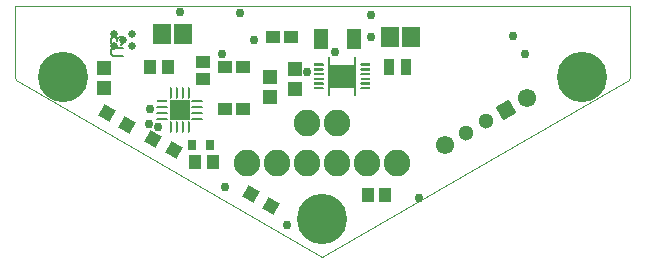
<source format=gts>
G04*
G04 #@! TF.GenerationSoftware,Altium Limited,Altium Designer,22.4.2 (48)*
G04*
G04 Layer_Color=8388736*
%FSLAX25Y25*%
%MOIN*%
G70*
G04*
G04 #@! TF.SameCoordinates,9DE54F71-11C6-4998-B53C-E160C00813D1*
G04*
G04*
G04 #@! TF.FilePolarity,Negative*
G04*
G01*
G75*
%ADD11C,0.00787*%
%ADD14C,0.00004*%
%ADD24R,0.04758X0.03985*%
%ADD26R,0.03740X0.05315*%
G04:AMPARAMS|DCode=30|XSize=9.42mil|YSize=38.03mil|CornerRadius=4.71mil|HoleSize=0mil|Usage=FLASHONLY|Rotation=0.000|XOffset=0mil|YOffset=0mil|HoleType=Round|Shape=RoundedRectangle|*
%AMROUNDEDRECTD30*
21,1,0.00942,0.02861,0,0,0.0*
21,1,0.00000,0.03803,0,0,0.0*
1,1,0.00942,0.00000,-0.01431*
1,1,0.00942,0.00000,-0.01431*
1,1,0.00942,0.00000,0.01431*
1,1,0.00942,0.00000,0.01431*
%
%ADD30ROUNDEDRECTD30*%
G04:AMPARAMS|DCode=31|XSize=38.03mil|YSize=9.42mil|CornerRadius=4.71mil|HoleSize=0mil|Usage=FLASHONLY|Rotation=0.000|XOffset=0mil|YOffset=0mil|HoleType=Round|Shape=RoundedRectangle|*
%AMROUNDEDRECTD31*
21,1,0.03803,0.00000,0,0,0.0*
21,1,0.02861,0.00942,0,0,0.0*
1,1,0.00942,0.01431,0.00000*
1,1,0.00942,-0.01431,0.00000*
1,1,0.00942,-0.01431,0.00000*
1,1,0.00942,0.01431,0.00000*
%
%ADD31ROUNDEDRECTD31*%
%ADD32R,0.03803X0.00942*%
%ADD34P,0.06125X4X195.0*%
%ADD35R,0.02559X0.03543*%
%ADD36R,0.04724X0.05118*%
%ADD37C,0.06909*%
%ADD38C,0.00709*%
%ADD39R,0.04921X0.07087*%
%ADD40R,0.06496X0.06693*%
%ADD41R,0.04724X0.04134*%
%ADD42R,0.06614X0.06614*%
%ADD43R,0.04134X0.04724*%
%ADD44P,0.07238X4X255.0*%
%ADD45C,0.05118*%
%ADD46C,0.06102*%
%ADD47C,0.16732*%
%ADD48C,0.08858*%
%ADD49C,0.02953*%
%ADD50C,0.02559*%
%ADD51C,0.02362*%
G36*
X157727Y75397D02*
X157838Y75286D01*
X157898Y75141D01*
Y75063D01*
Y74985D01*
X157838Y74840D01*
X157727Y74729D01*
X157582Y74669D01*
X154551D01*
Y75457D01*
X157582D01*
X157727Y75397D01*
D02*
G37*
G36*
Y76972D02*
X157838Y76861D01*
X157898Y76716D01*
Y76638D01*
Y76560D01*
X157838Y76415D01*
X157727Y76304D01*
X157582Y76244D01*
X157504D01*
Y76244D01*
X154551D01*
Y77031D01*
X157582D01*
X157727Y76972D01*
D02*
G37*
G36*
Y78546D02*
X157838Y78436D01*
X157898Y78291D01*
Y78213D01*
Y78134D01*
X157838Y77990D01*
X157727Y77879D01*
X157582Y77819D01*
X154551D01*
Y78606D01*
X157582D01*
X157727Y78546D01*
D02*
G37*
G36*
Y80121D02*
X157838Y80010D01*
X157898Y79866D01*
Y79787D01*
Y79709D01*
X157838Y79564D01*
X157727Y79454D01*
X157582Y79394D01*
X154551D01*
Y80181D01*
X157582D01*
X157727Y80121D01*
D02*
G37*
G36*
X157504Y81756D02*
X157582D01*
X157727Y81696D01*
X157838Y81585D01*
X157898Y81441D01*
Y81362D01*
Y81284D01*
X157838Y81139D01*
X157727Y81028D01*
X157582Y80968D01*
X154551D01*
Y81756D01*
X157504Y81756D01*
D02*
G37*
G36*
X157727Y83271D02*
X157838Y83160D01*
X157898Y83015D01*
Y82937D01*
Y82859D01*
X157838Y82714D01*
X157727Y82603D01*
X157582Y82543D01*
X154551D01*
Y83331D01*
X157582D01*
X157727Y83271D01*
D02*
G37*
G36*
X168823Y72504D02*
X167839D01*
Y75161D01*
X160161D01*
Y72504D01*
X159177D01*
Y85496D01*
X160161D01*
Y82839D01*
X167839D01*
Y85496D01*
X168823D01*
Y72504D01*
D02*
G37*
G36*
X173449Y82543D02*
X170418D01*
X170273Y82603D01*
X170162Y82714D01*
X170102Y82859D01*
Y82937D01*
Y83015D01*
X170162Y83160D01*
X170273Y83271D01*
X170418Y83331D01*
X173449D01*
Y82543D01*
D02*
G37*
G36*
Y80968D02*
X170418D01*
X170273Y81028D01*
X170162Y81139D01*
X170102Y81284D01*
Y81362D01*
Y81441D01*
X170162Y81585D01*
X170273Y81696D01*
X170418Y81756D01*
X170496D01*
Y81756D01*
X173449D01*
Y80968D01*
D02*
G37*
G36*
Y79394D02*
X170418D01*
X170273Y79454D01*
X170162Y79564D01*
X170102Y79709D01*
Y79787D01*
Y79866D01*
X170162Y80010D01*
X170273Y80121D01*
X170418Y80181D01*
X173449D01*
Y79394D01*
D02*
G37*
G36*
Y77819D02*
X170418D01*
X170273Y77879D01*
X170162Y77990D01*
X170102Y78134D01*
Y78213D01*
Y78291D01*
X170162Y78436D01*
X170273Y78546D01*
X170418Y78606D01*
X173449D01*
Y77819D01*
D02*
G37*
G36*
Y76244D02*
X170496Y76244D01*
X170418D01*
X170273Y76304D01*
X170162Y76415D01*
X170102Y76560D01*
Y76638D01*
Y76716D01*
X170162Y76861D01*
X170273Y76972D01*
X170418Y77031D01*
X173449D01*
Y76244D01*
D02*
G37*
G36*
Y74669D02*
X170418D01*
X170273Y74729D01*
X170162Y74840D01*
X170102Y74985D01*
Y75063D01*
Y75141D01*
X170162Y75286D01*
X170273Y75397D01*
X170418Y75457D01*
X173449D01*
Y74669D01*
D02*
G37*
D11*
X90999Y85693D02*
X87719D01*
X87063Y86349D01*
Y87661D01*
X87719Y88317D01*
X90999D01*
X90343Y89629D02*
X90999Y90285D01*
Y91597D01*
X90343Y92252D01*
X89687D01*
X89031Y91597D01*
Y90941D01*
Y91597D01*
X88375Y92252D01*
X87719D01*
X87063Y91597D01*
Y90285D01*
X87719Y89629D01*
D14*
X55404Y77680D02*
X157480Y18898D01*
X259557Y77679D01*
X259842Y78740D01*
Y102362D01*
X55118Y102362D02*
X259842Y102362D01*
X55118Y78740D02*
Y102362D01*
Y78740D02*
X55404Y77680D01*
D24*
X124843Y68000D02*
D03*
X131157D02*
D03*
X140843Y92000D02*
D03*
X147157D02*
D03*
X131157Y82000D02*
D03*
X124843D02*
D03*
D26*
X179547D02*
D03*
X185453D02*
D03*
D30*
X107000Y73599D02*
D03*
X108969D02*
D03*
X110937D02*
D03*
X112906D02*
D03*
Y62000D02*
D03*
X110937D02*
D03*
X108969D02*
D03*
X107000D02*
D03*
D31*
X115752Y70752D02*
D03*
Y68784D02*
D03*
Y66815D02*
D03*
Y64847D02*
D03*
X104153D02*
D03*
Y66815D02*
D03*
Y68784D02*
D03*
D32*
Y70752D02*
D03*
D34*
X140372Y35833D02*
D03*
X133553Y39770D02*
D03*
X85553Y66770D02*
D03*
X92372Y62833D02*
D03*
X107872Y54333D02*
D03*
X101053Y58270D02*
D03*
D35*
X119854Y56000D02*
D03*
X114146D02*
D03*
D36*
X140000Y72154D02*
D03*
Y78846D02*
D03*
X148429Y81559D02*
D03*
Y74866D02*
D03*
X84500Y81846D02*
D03*
Y75154D02*
D03*
D37*
X164000Y79000D02*
D03*
D38*
X156224Y75063D02*
D03*
Y76638D02*
D03*
Y78213D02*
D03*
X156183Y79787D02*
D03*
Y81362D02*
D03*
Y82937D02*
D03*
X171776D02*
D03*
Y81362D02*
D03*
Y79787D02*
D03*
X171817Y78213D02*
D03*
Y76638D02*
D03*
Y75063D02*
D03*
D39*
X168110Y91500D02*
D03*
X156890D02*
D03*
D40*
X179957Y92000D02*
D03*
X187043D02*
D03*
X103957Y93000D02*
D03*
X111043D02*
D03*
D41*
X117500Y83854D02*
D03*
Y78146D02*
D03*
D42*
X109953Y67799D02*
D03*
D43*
X100146Y82000D02*
D03*
X105854D02*
D03*
X120854Y50500D02*
D03*
X115146D02*
D03*
X178354Y39500D02*
D03*
X172646D02*
D03*
D44*
X218819Y67937D02*
D03*
D45*
X212000Y64000D02*
D03*
X205181Y60063D02*
D03*
D46*
X225638Y71874D02*
D03*
X198362Y56126D02*
D03*
D47*
X157480Y31496D02*
D03*
X70866Y78740D02*
D03*
X244094D02*
D03*
D48*
X132165Y50000D02*
D03*
X162165D02*
D03*
X172165D02*
D03*
X182165D02*
D03*
X142165D02*
D03*
X152165D02*
D03*
Y63386D02*
D03*
X162165D02*
D03*
D49*
X152177Y80500D02*
D03*
X161500Y87000D02*
D03*
X225000Y86500D02*
D03*
X221000Y92500D02*
D03*
X134500Y91000D02*
D03*
X125000Y42000D02*
D03*
X124000Y86500D02*
D03*
X173500Y92000D02*
D03*
X130000Y100000D02*
D03*
X100000Y68000D02*
D03*
X145500Y29500D02*
D03*
X99500Y63000D02*
D03*
X102500Y62000D02*
D03*
X110000Y100500D02*
D03*
X173500Y99500D02*
D03*
X189500Y38500D02*
D03*
D50*
X88110Y93161D02*
D03*
Y89224D02*
D03*
X94016D02*
D03*
Y93161D02*
D03*
X91063Y91193D02*
D03*
D51*
X167543Y80968D02*
D03*
X164000D02*
D03*
X160457D02*
D03*
X167543Y77031D02*
D03*
X164000D02*
D03*
X160457D02*
D03*
M02*

</source>
